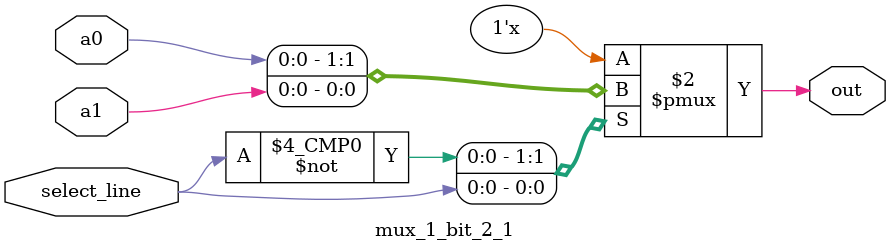
<source format=v>
`timescale 1ns / 1ps


module mux_1_bit_2_1 (input a0, input a1, input select_line, output out);
    always @(*) begin
        case (select_line)
            1'b0: out = a0;
            1'b1: out = a1;
        endcase
    end

endmodule
</source>
